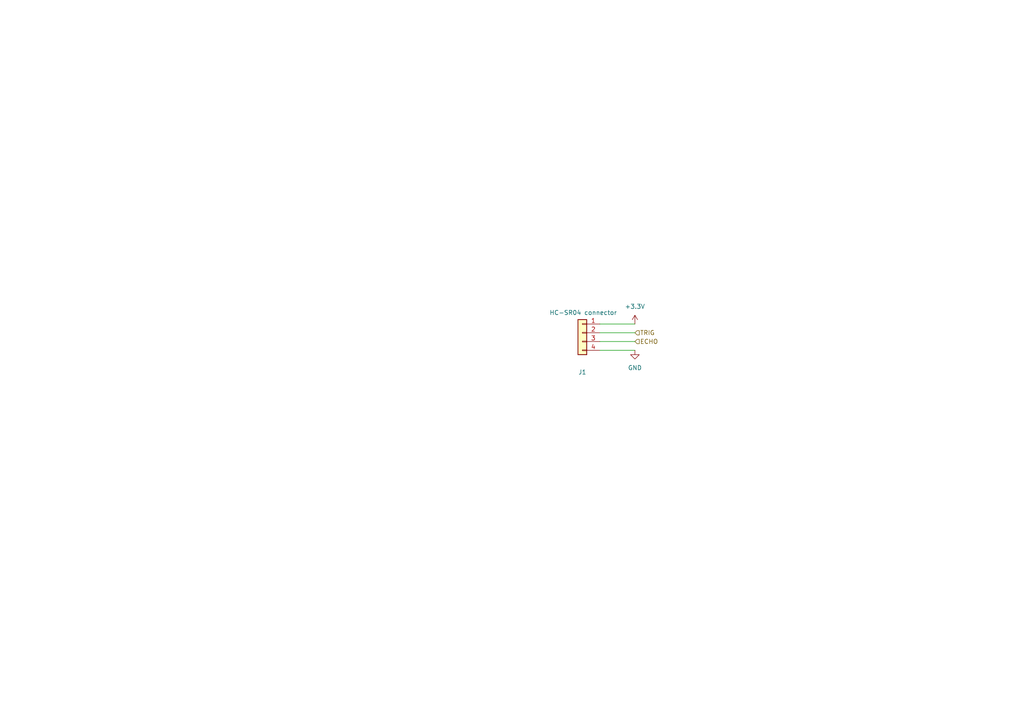
<source format=kicad_sch>
(kicad_sch (version 20250114) (generator "eeschema") (generator_version "9.0")
  (paper "A4")
  (lib_symbols
    (symbol "Connector_Generic:Conn_01x04" (pin_names (offset 1.016) (hide yes))
      (property "Reference" "J" (at 0 5.08 0))
      (property "Value" "Conn_01x04" (at 0 -7.62 0))
      (symbol "Conn_01x04_1_1"
        (rectangle (start -1.27 3.81) (end 1.27 -6.35) (stroke (width 0.254)) (fill (type background)))
        (rectangle (start -1.27 2.667) (end 0 2.413) (stroke (width 0.1524)))
        (rectangle (start -1.27 0.127) (end 0 -0.127) (stroke (width 0.1524)))
        (rectangle (start -1.27 -2.413) (end 0 -2.667) (stroke (width 0.1524)))
        (rectangle (start -1.27 -4.953) (end 0 -5.207) (stroke (width 0.1524)))
        (pin passive line (at -5.08 2.54 0) (length 3.81) (name "Pin_1") (number "1"))
        (pin passive line (at -5.08 0 0) (length 3.81) (name "Pin_2") (number "2"))
        (pin passive line (at -5.08 -2.54 0) (length 3.81) (name "Pin_3") (number "3"))
        (pin passive line (at -5.08 -5.08 0) (length 3.81) (name "Pin_4") (number "4"))
      )
    )
    (symbol "power:+3.3V" (power) (pin_names (offset 0))
      (property "Value" "+3.3V" (at 0 3.556 0))
      (symbol "+3.3V_0_1"
        (polyline (pts (xy -0.762 1.27) (xy 0 2.54)))
        (polyline (pts (xy 0 2.54) (xy 0.762 1.27)))
        (polyline (pts (xy 0 0) (xy 0 2.54)))
      )
      (symbol "+3.3V_1_1"
        (pin power_in line (at 0 0 90) (length 0) (hide yes) (name "+3.3V") (number "1"))
      )
    )
    (symbol "power:GND" (power) (pin_numbers (hide yes)) (pin_names (offset 0) (hide yes))
      (property "Value" "GND" (at 0 -3.81 0))
      (symbol "GND_0_1"
        (polyline (pts (xy 0 0) (xy 0 -1.27) (xy 1.27 -1.27) (xy 0 -2.54) (xy -1.27 -1.27) (xy 0 -1.27)))
      )
      (symbol "GND_1_1"
        (pin power_in line (at 0 0 270) (length 0) (name "~") (number "1"))
      )
    )
  )
  (wire (pts (xy 173.99 99.06) (xy 184.15 99.06)))
  (wire (pts (xy 173.99 96.52) (xy 184.15 96.52)))
  (wire (pts (xy 173.99 93.98) (xy 184.15 93.98)))
  (wire (pts (xy 173.99 101.6) (xy 184.15 101.6)))
  (hierarchical_label "TRIG" (shape input) (at 184.15 96.52 0))
  (hierarchical_label "ECHO" (shape input) (at 184.15 99.06 0))
  (symbol (lib_id "power:GND") (at 184.15 101.6 0) (unit 1)
    (property "Reference" "#PWR0116" (effects (hide yes)))
    (property "Value" "GND" (at 184.15 106.68 0))
    (property "Description" "Power symbol creates a global label with name \"GND\" , ground" (effects (hide yes)))
  )
  (symbol (lib_id "power:+3.3V") (at 184.15 93.98 0) (unit 1)
    (property "Reference" "#PWR0115" (effects (hide yes)))
    (property "Value" "+3.3V" (at 184.15 88.9 0))
  )
  (symbol (lib_id "Connector_Generic:Conn_01x04") (at 168.91 96.52 0) (mirror y) (unit 1)
    (property "Reference" "J1" (at 168.91 107.95 0))
    (property "Value" "HC-SR04 connector" (at 169.164 90.678 0))
    (property "Footprint" "Connector_PinHeader_2.54mm:PinHeader_1x04_P2.54mm_Vertical" (effects (hide yes)))
    (property "Description" "Generic connector, single row, 01x04, script generated (kicad-library-utils/schlib/autogen/connector/)" (effects (hide yes)))
  )
)
</source>
